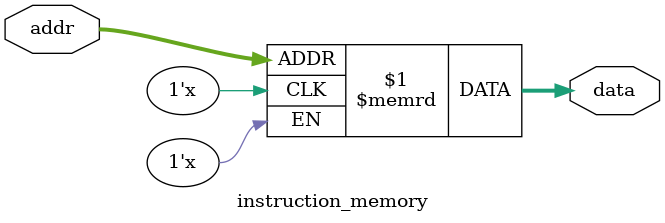
<source format=sv>
module if_stage
(input  logic clk, rst_n, taken, halting,
 input  logic [9:0] br_addr,
 output logic [31:0] inst
);
  logic [9:0] pc;

  pc_mux pc_mux (.*);
  instruction_memory imem (.addr(pc), .data(inst));
  
endmodule: if_stage

module pc_mux
(input  logic clk, rst_n, taken, halting,
 input  logic [9:0] br_addr,
 output logic [9:0] pc
);

  always_ff @(posedge clk or negedge rst_n) begin
    if(!rst_n) pc <= 0;
    else begin
      if      (halting) pc <= pc;
      else if (taken)   pc <= br_addr;
      else              pc <= pc + 10'd4;
    end
  end
endmodule

module instruction_memory
(input  logic [9:0] addr,
 output logic [31:0] data
);
  // IMEM: 32x1024 (4 KiB)
  logic [31:0] mem [0:1023];

  assign data = mem[addr];

endmodule: instruction_memory

</source>
